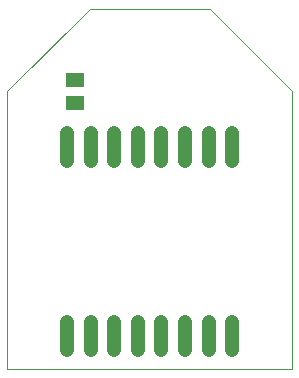
<source format=gtp>
G75*
%MOIN*%
%OFA0B0*%
%FSLAX25Y25*%
%IPPOS*%
%LPD*%
%AMOC8*
5,1,8,0,0,1.08239X$1,22.5*
%
%ADD10C,0.00000*%
%ADD11C,0.04724*%
%ADD12R,0.06299X0.05118*%
D10*
X0001800Y0001800D02*
X0001800Y0094300D01*
X0029300Y0121800D01*
X0069300Y0121800D01*
X0096800Y0094300D01*
X0096800Y0001800D01*
X0001800Y0001800D01*
D11*
X0021741Y0008080D02*
X0021741Y0017528D01*
X0029615Y0017528D02*
X0029615Y0008080D01*
X0037489Y0008080D02*
X0037489Y0017528D01*
X0045363Y0017528D02*
X0045363Y0008080D01*
X0053237Y0008080D02*
X0053237Y0017528D01*
X0061111Y0017528D02*
X0061111Y0008080D01*
X0068985Y0008080D02*
X0068985Y0017528D01*
X0076859Y0017528D02*
X0076859Y0008080D01*
X0076859Y0071072D02*
X0076859Y0080520D01*
X0068985Y0080520D02*
X0068985Y0071072D01*
X0061111Y0071072D02*
X0061111Y0080520D01*
X0053237Y0080520D02*
X0053237Y0071072D01*
X0045363Y0071072D02*
X0045363Y0080520D01*
X0037489Y0080520D02*
X0037489Y0071072D01*
X0029615Y0071072D02*
X0029615Y0080520D01*
X0021741Y0080520D02*
X0021741Y0071072D01*
D12*
X0024300Y0090363D03*
X0024300Y0098237D03*
M02*

</source>
